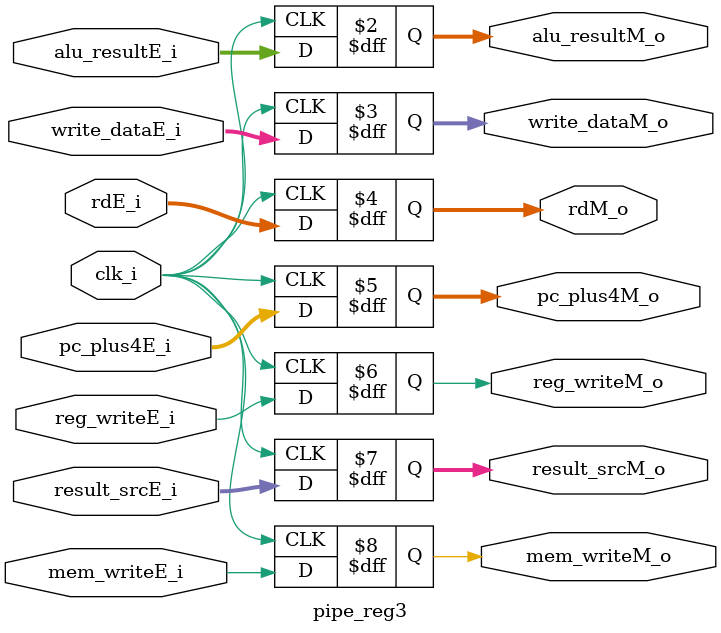
<source format=sv>
module pipe_reg3 #(
    parameter ADDRESS_WIDTH = 32,
              DATA_WIDTH = 32
)(
    // main inputs
    input logic                     clk_i,         // clock
    input logic [DATA_WIDTH-1:0]     alu_resultE_i, // alu output (execute)
    input logic [DATA_WIDTH-1:0]                     write_dataE_i, // data mem write enable (e)
    input logic [11:7]               rdE_i,         // write register address (e)
    input logic [ADDRESS_WIDTH-1:0]  pc_plus4E_i,

    // control unit inputs
    input logic reg_writeE_i,
    input logic [1:0] result_srcE_i,
    input logic mem_writeE_i,

    // main outputs
    output logic [DATA_WIDTH-1:0]    alu_resultM_o, // alu output (memory)
    output logic [DATA_WIDTH-1:0]                    write_dataM_o, // data mem write enable (m)
    output logic [11:7]              rdM_o,         // write register address (m)
    output logic [ADDRESS_WIDTH-1:0] pc_plus4M_o,    // pc+4 (m)

    // control unit outputs
    output logic reg_writeM_o,
    output logic[1:0] result_srcM_o,
    output logic mem_writeM_o
);

always_ff @(posedge clk_i)
    begin
        alu_resultM_o <= alu_resultE_i;
        write_dataM_o <= write_dataE_i;
        rdM_o         <= rdE_i;
        pc_plus4M_o   <= pc_plus4E_i;
        reg_writeM_o  <= reg_writeE_i;
        result_srcM_o <= result_srcE_i;
        mem_writeM_o  <= mem_writeE_i;
    end

endmodule

</source>
